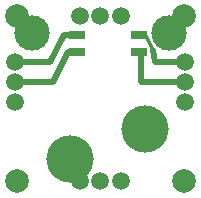
<source format=gbr>
%TF.GenerationSoftware,KiCad,Pcbnew,7.0.2*%
%TF.CreationDate,2023-05-08T22:38:25+02:00*%
%TF.ProjectId,verasity_PCB,76657261-7369-4747-995f-5043422e6b69,rev?*%
%TF.SameCoordinates,Original*%
%TF.FileFunction,Copper,L1,Top*%
%TF.FilePolarity,Positive*%
%FSLAX46Y46*%
G04 Gerber Fmt 4.6, Leading zero omitted, Abs format (unit mm)*
G04 Created by KiCad (PCBNEW 7.0.2) date 2023-05-08 22:38:25*
%MOMM*%
%LPD*%
G01*
G04 APERTURE LIST*
%TA.AperFunction,EtchedComponent*%
%ADD10C,0.500000*%
%TD*%
%TA.AperFunction,EtchedComponent*%
%ADD11C,0.300000*%
%TD*%
%TA.AperFunction,ComponentPad*%
%ADD12C,1.500000*%
%TD*%
%TA.AperFunction,ComponentPad*%
%ADD13C,2.000000*%
%TD*%
%TA.AperFunction,ComponentPad*%
%ADD14C,3.000000*%
%TD*%
%TA.AperFunction,ComponentPad*%
%ADD15C,4.000000*%
%TD*%
%TA.AperFunction,SMDPad,CuDef*%
%ADD16R,1.400000X0.800000*%
%TD*%
G04 APERTURE END LIST*
D10*
%TO.C,REF\u002A\u002A*%
X37243750Y-90830000D02*
X34718750Y-90830000D01*
X37468750Y-92580000D02*
X34593750Y-92580000D01*
X38393750Y-88580000D02*
X37243750Y-90830000D01*
X38768750Y-90030000D02*
X37468750Y-92580000D01*
X39068750Y-88580000D02*
X38418750Y-88580000D01*
X44943750Y-92530000D02*
X44943750Y-90080000D01*
D11*
X45943750Y-89880000D02*
X45243750Y-88530000D01*
D10*
X46093750Y-90830000D02*
X45943750Y-89880000D01*
X48218750Y-90830000D02*
X46093750Y-90830000D01*
X48693750Y-92530000D02*
X44943750Y-92530000D01*
%TD*%
D12*
%TO.P,REF\u002A\u002A,*%
%TO.N,*%
X34293750Y-94230000D03*
D13*
X34393750Y-100980000D03*
D14*
X35693750Y-88430000D03*
D15*
X38953750Y-99060000D03*
D16*
X39543750Y-88555000D03*
X39543750Y-90005000D03*
D12*
X39793750Y-86980000D03*
X39793750Y-100980000D03*
X41493750Y-86980000D03*
X41493750Y-100980000D03*
X43193750Y-86980000D03*
X43193750Y-100980000D03*
D16*
X44743750Y-88555000D03*
X44743750Y-90005000D03*
D15*
X45303750Y-96520000D03*
D14*
X47293750Y-88430000D03*
D13*
X48593750Y-100980000D03*
D12*
X48693750Y-94230000D03*
D13*
%TO.P,REF\u002A\u002A,1*%
%TO.N,N/C*%
X34393750Y-86980000D03*
%TO.P,REF\u002A\u002A,2*%
X48593750Y-86980000D03*
D12*
%TO.P,REF\u002A\u002A,3*%
X48693750Y-90830000D03*
%TO.P,REF\u002A\u002A,4*%
X34293750Y-90830000D03*
%TO.P,REF\u002A\u002A,5*%
X34293750Y-92530000D03*
%TO.P,REF\u002A\u002A,6*%
X48693750Y-92530000D03*
%TD*%
M02*

</source>
